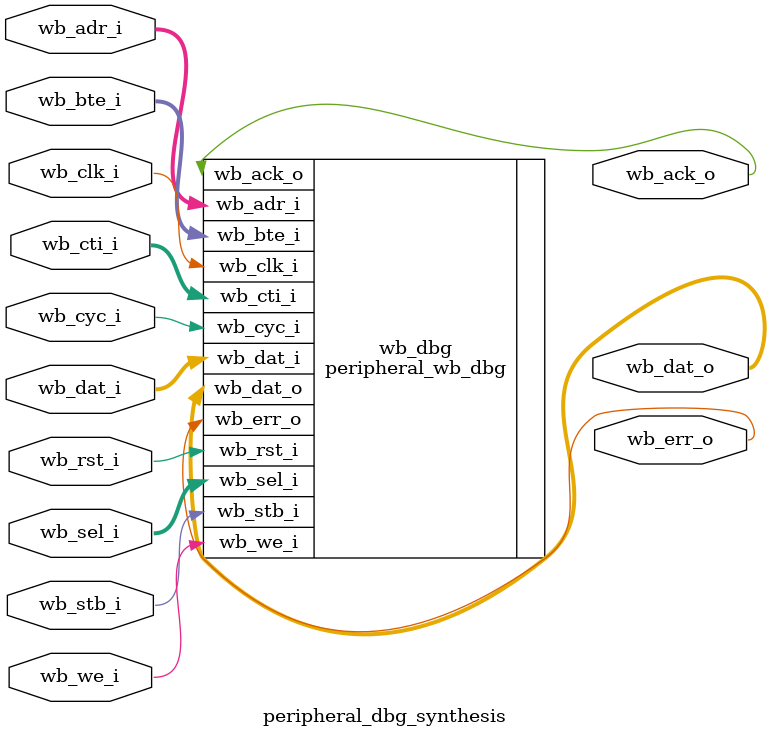
<source format=sv>

/* Copyright (c) 2018-2019 by the author(s)
 *
 * Permission is hereby granted, free of charge, to any person obtaining a copy
 * of this software and associated documentation files (the "Software"), to deal
 * in the Software without restriction, including without limitation the rights
 * to use, copy, modify, merge, publish, distribute, sublicense, and/or sell
 * copies of the Software, and to permit persons to whom the Software is
 * furnished to do so, subject to the following conditions:
 *
 * The above copyright notice and this permission notice shall be included in
 * all copies or substantial portions of the Software.
 *
 * THE SOFTWARE IS PROVIDED "AS IS", WITHOUT WARRANTY OF ANY KIND, EXPRESS OR
 * IMPLIED, INCLUDING BUT NOT LIMITED TO THE WARRANTIES OF MERCHANTABILITY,
 * FITNESS FOR A PARTICULAR PURPOSE AND NONINFRINGEMENT. IN NO EVENT SHALL THE
 * AUTHORS OR COPYRIGHT HOLDERS BE LIABLE FOR ANY CLAIM, DAMAGES OR OTHER
 * LIABILITY, WHETHER IN AN ACTION OF CONTRACT, TORT OR OTHERWISE, ARISING FROM,
 * OUT OF OR IN CONNECTION WITH THE SOFTWARE OR THE USE OR OTHER DEALINGS IN
 * THE SOFTWARE.
 *
 * =============================================================================
 * Author(s):
 *   Paco Reina Campo <pacoreinacampo@queenfield.tech>
 */

module peripheral_dbg_synthesis #(
  //Memory parameters
  parameter DEPTH   = 256,
  parameter MEMFILE = "",

  //Wishbone parameters
  parameter DW = 32,
  parameter AW = $clog2(DEPTH)
)
  (
    input           wb_clk_i,
    input           wb_rst_i,

    input  [AW-1:0] wb_adr_i,
    input  [DW-1:0] wb_dat_i,
    input  [   3:0] wb_sel_i,
    input           wb_we_i,
    input  [   1:0] wb_bte_i,
    input  [   2:0] wb_cti_i,
    input           wb_cyc_i,
    input           wb_stb_i,

    output reg      wb_ack_o,
    output          wb_err_o,
    output [DW-1:0] wb_dat_o
  );

  //////////////////////////////////////////////////////////////////
  //
  // Module Body
  //

  //DUT WB
  peripheral_wb_dbg #(
    //Memory parameters
    .DEPTH   ( DEPTH   ),
    .MEMFILE ( MEMFILE ),

    //Wishbone parameters
    .AW ( AW ),
    .DW ( DW )
  )
  wb_dbg (
    .wb_clk_i ( wb_clk_i ),
    .wb_rst_i ( wb_rst_i ),

    .wb_adr_i ( wb_adr_i ),
    .wb_dat_i ( wb_dat_i ),
    .wb_sel_i ( wb_sel_i ),
    .wb_we_i  ( wb_we_i  ),
    .wb_bte_i ( wb_bte_i ),
    .wb_cti_i ( wb_cti_i ),
    .wb_cyc_i ( wb_cyc_i ),
    .wb_stb_i ( wb_stb_i ),
    .wb_ack_o ( wb_ack_o ),
    .wb_err_o ( wb_err_o ),
    .wb_dat_o ( wb_dat_o )
  );
endmodule

</source>
